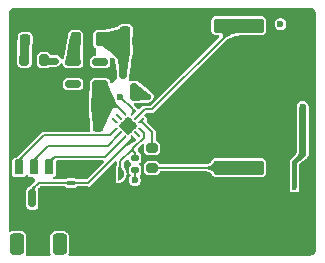
<source format=gbr>
%TF.GenerationSoftware,KiCad,Pcbnew,9.0.6*%
%TF.CreationDate,2025-12-27T16:00:58+00:00*%
%TF.ProjectId,AZUltra,415a556c-7472-4612-9e6b-696361645f70,rev?*%
%TF.SameCoordinates,Original*%
%TF.FileFunction,Copper,L1,Top*%
%TF.FilePolarity,Positive*%
%FSLAX46Y46*%
G04 Gerber Fmt 4.6, Leading zero omitted, Abs format (unit mm)*
G04 Created by KiCad (PCBNEW 9.0.6) date 2025-12-27 16:00:58*
%MOMM*%
%LPD*%
G01*
G04 APERTURE LIST*
G04 Aperture macros list*
%AMRoundRect*
0 Rectangle with rounded corners*
0 $1 Rounding radius*
0 $2 $3 $4 $5 $6 $7 $8 $9 X,Y pos of 4 corners*
0 Add a 4 corners polygon primitive as box body*
4,1,4,$2,$3,$4,$5,$6,$7,$8,$9,$2,$3,0*
0 Add four circle primitives for the rounded corners*
1,1,$1+$1,$2,$3*
1,1,$1+$1,$4,$5*
1,1,$1+$1,$6,$7*
1,1,$1+$1,$8,$9*
0 Add four rect primitives between the rounded corners*
20,1,$1+$1,$2,$3,$4,$5,0*
20,1,$1+$1,$4,$5,$6,$7,0*
20,1,$1+$1,$6,$7,$8,$9,0*
20,1,$1+$1,$8,$9,$2,$3,0*%
%AMRotRect*
0 Rectangle, with rotation*
0 The origin of the aperture is its center*
0 $1 length*
0 $2 width*
0 $3 Rotation angle, in degrees counterclockwise*
0 Add horizontal line*
21,1,$1,$2,0,0,$3*%
%AMFreePoly0*
4,1,14,0.168787,0.091213,0.291213,-0.031213,0.300000,-0.052426,0.300001,-0.070000,0.291213,-0.091213,0.270000,-0.100000,-0.270000,-0.100000,-0.291213,-0.091213,-0.300001,-0.070000,-0.300001,0.070000,-0.291213,0.091213,-0.270000,0.100000,0.147574,0.100000,0.168787,0.091213,0.168787,0.091213,$1*%
%AMFreePoly1*
4,1,14,0.291213,0.091213,0.300001,0.070000,0.300000,0.052426,0.291213,0.031213,0.168787,-0.091213,0.147574,-0.100000,-0.270000,-0.100000,-0.291213,-0.091213,-0.300001,-0.070000,-0.300001,0.070000,-0.291213,0.091213,-0.270000,0.100000,0.270000,0.100000,0.291213,0.091213,0.291213,0.091213,$1*%
%AMFreePoly2*
4,1,14,0.091213,0.291213,0.100000,0.270000,0.100000,-0.270000,0.091213,-0.291213,0.070000,-0.300001,-0.070000,-0.300001,-0.091213,-0.291213,-0.100000,-0.270000,-0.100000,0.147574,-0.091213,0.168787,0.031213,0.291213,0.052426,0.300000,0.070000,0.300001,0.091213,0.291213,0.091213,0.291213,$1*%
%AMFreePoly3*
4,1,14,-0.031213,0.291213,0.091213,0.168787,0.100000,0.147574,0.100000,-0.270000,0.091213,-0.291213,0.070000,-0.300001,-0.070000,-0.300001,-0.091213,-0.291213,-0.100000,-0.270000,-0.100000,0.270000,-0.091213,0.291213,-0.070000,0.300001,-0.052426,0.300000,-0.031213,0.291213,-0.031213,0.291213,$1*%
%AMFreePoly4*
4,1,14,0.291213,0.091213,0.300001,0.070000,0.300001,-0.070000,0.291213,-0.091213,0.270000,-0.100000,-0.147574,-0.100000,-0.168787,-0.091213,-0.291213,0.031213,-0.300000,0.052426,-0.300001,0.070000,-0.291213,0.091213,-0.270000,0.100000,0.270000,0.100000,0.291213,0.091213,0.291213,0.091213,$1*%
%AMFreePoly5*
4,1,14,0.291213,0.091213,0.300001,0.070000,0.300001,-0.070000,0.291213,-0.091213,0.270000,-0.100000,-0.270000,-0.100000,-0.291213,-0.091213,-0.300001,-0.070000,-0.300000,-0.052426,-0.291213,-0.031213,-0.168787,0.091213,-0.147574,0.100000,0.270000,0.100000,0.291213,0.091213,0.291213,0.091213,$1*%
%AMFreePoly6*
4,1,14,0.091213,0.291213,0.100000,0.270000,0.100000,-0.147574,0.091213,-0.168787,-0.031213,-0.291213,-0.052426,-0.300000,-0.070000,-0.300001,-0.091213,-0.291213,-0.100000,-0.270000,-0.100000,0.270000,-0.091213,0.291213,-0.070000,0.300001,0.070000,0.300001,0.091213,0.291213,0.091213,0.291213,$1*%
%AMFreePoly7*
4,1,14,0.091213,0.291213,0.100000,0.270000,0.100000,-0.270000,0.091213,-0.291213,0.070000,-0.300001,0.052426,-0.300000,0.031213,-0.291213,-0.091213,-0.168787,-0.100000,-0.147574,-0.100000,0.270000,-0.091213,0.291213,-0.070000,0.300001,0.070000,0.300001,0.091213,0.291213,0.091213,0.291213,$1*%
G04 Aperture macros list end*
%TA.AperFunction,Conductor*%
%ADD10C,0.000000*%
%TD*%
%TA.AperFunction,SMDPad,CuDef*%
%ADD11RoundRect,0.218750X0.218750X0.381250X-0.218750X0.381250X-0.218750X-0.381250X0.218750X-0.381250X0*%
%TD*%
%TA.AperFunction,SMDPad,CuDef*%
%ADD12RoundRect,0.135000X0.185000X-0.135000X0.185000X0.135000X-0.185000X0.135000X-0.185000X-0.135000X0*%
%TD*%
%TA.AperFunction,SMDPad,CuDef*%
%ADD13RoundRect,0.218750X0.218750X0.256250X-0.218750X0.256250X-0.218750X-0.256250X0.218750X-0.256250X0*%
%TD*%
%TA.AperFunction,SMDPad,CuDef*%
%ADD14RoundRect,0.150000X-0.150000X0.587500X-0.150000X-0.587500X0.150000X-0.587500X0.150000X0.587500X0*%
%TD*%
%TA.AperFunction,SMDPad,CuDef*%
%ADD15RoundRect,0.114000X0.266000X0.521000X-0.266000X0.521000X-0.266000X-0.521000X0.266000X-0.521000X0*%
%TD*%
%TA.AperFunction,SMDPad,CuDef*%
%ADD16RoundRect,0.180000X-1.920000X-0.420000X1.920000X-0.420000X1.920000X0.420000X-1.920000X0.420000X0*%
%TD*%
%TA.AperFunction,SMDPad,CuDef*%
%ADD17RoundRect,0.100000X-0.100000X-0.250000X0.100000X-0.250000X0.100000X0.250000X-0.100000X0.250000X0*%
%TD*%
%TA.AperFunction,SMDPad,CuDef*%
%ADD18RoundRect,0.150000X-0.512500X-0.150000X0.512500X-0.150000X0.512500X0.150000X-0.512500X0.150000X0*%
%TD*%
%TA.AperFunction,SMDPad,CuDef*%
%ADD19RoundRect,0.225000X0.225000X0.250000X-0.225000X0.250000X-0.225000X-0.250000X0.225000X-0.250000X0*%
%TD*%
%TA.AperFunction,SMDPad,CuDef*%
%ADD20RoundRect,0.250000X0.250000X0.475000X-0.250000X0.475000X-0.250000X-0.475000X0.250000X-0.475000X0*%
%TD*%
%TA.AperFunction,SMDPad,CuDef*%
%ADD21RoundRect,0.225000X-0.225000X-0.250000X0.225000X-0.250000X0.225000X0.250000X-0.225000X0.250000X0*%
%TD*%
%TA.AperFunction,SMDPad,CuDef*%
%ADD22FreePoly0,225.000000*%
%TD*%
%TA.AperFunction,SMDPad,CuDef*%
%ADD23RoundRect,0.050000X0.141421X0.212132X-0.212132X-0.141421X-0.141421X-0.212132X0.212132X0.141421X0*%
%TD*%
%TA.AperFunction,SMDPad,CuDef*%
%ADD24FreePoly1,225.000000*%
%TD*%
%TA.AperFunction,SMDPad,CuDef*%
%ADD25FreePoly2,225.000000*%
%TD*%
%TA.AperFunction,SMDPad,CuDef*%
%ADD26RoundRect,0.050000X-0.141421X0.212132X-0.212132X0.141421X0.141421X-0.212132X0.212132X-0.141421X0*%
%TD*%
%TA.AperFunction,SMDPad,CuDef*%
%ADD27FreePoly3,225.000000*%
%TD*%
%TA.AperFunction,SMDPad,CuDef*%
%ADD28FreePoly4,225.000000*%
%TD*%
%TA.AperFunction,SMDPad,CuDef*%
%ADD29FreePoly5,225.000000*%
%TD*%
%TA.AperFunction,SMDPad,CuDef*%
%ADD30FreePoly6,225.000000*%
%TD*%
%TA.AperFunction,SMDPad,CuDef*%
%ADD31FreePoly7,225.000000*%
%TD*%
%TA.AperFunction,HeatsinkPad*%
%ADD32RotRect,1.100000X1.100000X225.000000*%
%TD*%
%TA.AperFunction,SMDPad,CuDef*%
%ADD33RoundRect,0.150000X-0.150000X-0.625000X0.150000X-0.625000X0.150000X0.625000X-0.150000X0.625000X0*%
%TD*%
%TA.AperFunction,SMDPad,CuDef*%
%ADD34RoundRect,0.250000X-0.350000X-0.650000X0.350000X-0.650000X0.350000X0.650000X-0.350000X0.650000X0*%
%TD*%
%TA.AperFunction,SMDPad,CuDef*%
%ADD35RoundRect,0.200000X0.275000X-0.200000X0.275000X0.200000X-0.275000X0.200000X-0.275000X-0.200000X0*%
%TD*%
%TA.AperFunction,SMDPad,CuDef*%
%ADD36RoundRect,0.100000X-0.250000X0.100000X-0.250000X-0.100000X0.250000X-0.100000X0.250000X0.100000X0*%
%TD*%
%TA.AperFunction,SMDPad,CuDef*%
%ADD37RoundRect,0.200000X-0.200000X-0.275000X0.200000X-0.275000X0.200000X0.275000X-0.200000X0.275000X0*%
%TD*%
%TA.AperFunction,ViaPad*%
%ADD38C,0.600000*%
%TD*%
%TA.AperFunction,Conductor*%
%ADD39C,0.400000*%
%TD*%
%TA.AperFunction,Conductor*%
%ADD40C,0.200000*%
%TD*%
%TA.AperFunction,Conductor*%
%ADD41C,0.800000*%
%TD*%
%TA.AperFunction,Conductor*%
%ADD42C,0.600000*%
%TD*%
G04 APERTURE END LIST*
D10*
%TA.AperFunction,Conductor*%
%TO.N,Net-(JP1-B)*%
G36*
X152332389Y-86927221D02*
G01*
X152395743Y-86944978D01*
X152456810Y-86969468D01*
X152514878Y-87000406D01*
X152569268Y-87037429D01*
X152619345Y-87080106D01*
X152664524Y-87127937D01*
X152704277Y-87180365D01*
X152738140Y-87236777D01*
X152765718Y-87296513D01*
X152786689Y-87358877D01*
X152800806Y-87423140D01*
X152807907Y-87488550D01*
X152807907Y-87554346D01*
X152800806Y-87619756D01*
X152786689Y-87684019D01*
X152765718Y-87746383D01*
X152738140Y-87806119D01*
X152704277Y-87862531D01*
X152664524Y-87914959D01*
X152619345Y-87962790D01*
X152569268Y-88005467D01*
X152514878Y-88042490D01*
X152456810Y-88073428D01*
X152395743Y-88097918D01*
X152332389Y-88115675D01*
X152300000Y-88121448D01*
X152300000Y-88121447D01*
X152299998Y-86921448D01*
X152300000Y-86921448D01*
X152332389Y-86927221D01*
G37*
%TD.AperFunction*%
%TD*%
D11*
%TO.P,L1,1,1*%
%TO.N,Net-(Q1-S)*%
X150820000Y-76140000D03*
%TO.P,L1,2,2*%
%TO.N,Net-(U1-SW)*%
X148695000Y-76140000D03*
%TD*%
D12*
%TO.P,R3,1*%
%TO.N,+5V*%
X153740000Y-87230000D03*
%TO.P,R3,2*%
%TO.N,Net-(JP1-B)*%
X153740000Y-86210000D03*
%TD*%
D13*
%TO.P,D1,1,K*%
%TO.N,GND*%
X146000000Y-76200000D03*
%TO.P,D1,2,A*%
%TO.N,Net-(D1-A)*%
X144425000Y-76200000D03*
%TD*%
D14*
%TO.P,Q1,1,G*%
%TO.N,GND*%
X154625000Y-78750000D03*
%TO.P,Q1,2,S*%
%TO.N,Net-(Q1-S)*%
X152725000Y-78750000D03*
%TO.P,Q1,3,D*%
%TO.N,+BATT1*%
X153675000Y-80625000D03*
%TD*%
D15*
%TO.P,SW1,1*%
%TO.N,Net-(U2-PC7)*%
X146460000Y-86990000D03*
%TO.P,SW1,2*%
%TO.N,Net-(U2-PC6)*%
X145190000Y-86990000D03*
%TO.P,SW1,3*%
%TO.N,Net-(U2-PC4)*%
X143920000Y-86990000D03*
%TO.P,SW1,4*%
%TO.N,GND*%
X146500000Y-80000000D03*
%TO.P,SW1,5*%
X145230000Y-80000000D03*
%TO.P,SW1,6*%
X143960000Y-80000000D03*
%TD*%
D16*
%TO.P,BZ1,1,+*%
%TO.N,Net-(BZ1-+)*%
X162500000Y-87000000D03*
%TO.P,BZ1,2,-*%
%TO.N,Net-(BZ1--)*%
X162500000Y-75000000D03*
%TD*%
D17*
%TO.P,D2,1,A*%
%TO.N,GND*%
X166525000Y-88550000D03*
%TO.P,D2,2,K*%
%TO.N,+BATT1*%
X167225000Y-88550000D03*
%TD*%
D18*
%TO.P,U1,1,SW*%
%TO.N,Net-(U1-SW)*%
X148500000Y-78050000D03*
%TO.P,U1,2,GND*%
%TO.N,GND*%
X148500000Y-79000000D03*
%TO.P,U1,3,NC*%
%TO.N,unconnected-(U1-NC-Pad3)*%
X148500000Y-79950000D03*
%TO.P,U1,4,VOUT*%
%TO.N,+5V*%
X150775000Y-79950000D03*
%TO.P,U1,5,NC*%
%TO.N,unconnected-(U1-NC-Pad5)*%
X150775000Y-78050000D03*
%TD*%
D19*
%TO.P,C5,1*%
%TO.N,+5V*%
X150600000Y-83500000D03*
%TO.P,C5,2*%
%TO.N,GND*%
X149050000Y-83500000D03*
%TD*%
D20*
%TO.P,C4,1*%
%TO.N,+5V*%
X150550000Y-81700000D03*
%TO.P,C4,2*%
%TO.N,GND*%
X148650000Y-81700000D03*
%TD*%
D21*
%TO.P,C3,1*%
%TO.N,Net-(Q1-S)*%
X152900000Y-75500000D03*
%TO.P,C3,2*%
%TO.N,GND*%
X154450000Y-75500000D03*
%TD*%
D22*
%TO.P,U2,1,TIM1_CH2*%
%TO.N,Net-(U2-PA1)*%
X154253554Y-83053553D03*
D23*
%TO.P,U2,2,TIM1_CH2N*%
%TO.N,Net-(BZ1--)*%
X153900000Y-82700000D03*
D24*
%TO.P,U2,3,PD0*%
%TO.N,Net-(U2-PD0)*%
X153546447Y-82346446D03*
D25*
%TO.P,U2,4,VDD*%
%TO.N,+5V*%
X152768629Y-82346446D03*
D26*
%TO.P,U2,5,PC0*%
%TO.N,unconnected-(U2-PC0-Pad5)*%
X152415076Y-82700000D03*
D27*
%TO.P,U2,6,PC3*%
%TO.N,unconnected-(U2-PC3-Pad6)*%
X152061522Y-83053553D03*
D28*
%TO.P,U2,7,PC4*%
%TO.N,Net-(U2-PC4)*%
X152061522Y-83831371D03*
D23*
%TO.P,U2,8,PC6*%
%TO.N,Net-(U2-PC6)*%
X152415076Y-84184924D03*
D29*
%TO.P,U2,9,PC7*%
%TO.N,Net-(U2-PC7)*%
X152768629Y-84538478D03*
D30*
%TO.P,U2,10,SWIO*%
%TO.N,/SWIO*%
X153546447Y-84538478D03*
D26*
%TO.P,U2,11,PD4*%
%TO.N,unconnected-(U2-PD4-Pad11)*%
X153900000Y-84184924D03*
D31*
%TO.P,U2,12,RST*%
%TO.N,Net-(JP1-B)*%
X154253554Y-83831371D03*
D32*
%TO.P,U2,13,VSS*%
%TO.N,GND*%
X153157538Y-83442462D03*
%TD*%
D33*
%TO.P,J1,1,Pin_1*%
%TO.N,/SWIO*%
X145040000Y-89600000D03*
%TO.P,J1,2,Pin_2*%
%TO.N,GND*%
X146040000Y-89600000D03*
D34*
%TO.P,J1,MP*%
%TO.N,N/C*%
X143740000Y-93475000D03*
X147340000Y-93475000D03*
%TD*%
D21*
%TO.P,C2,1*%
%TO.N,Net-(Q1-S)*%
X152900000Y-77000000D03*
%TO.P,C2,2*%
%TO.N,GND*%
X154450000Y-77000000D03*
%TD*%
D35*
%TO.P,R2,1*%
%TO.N,Net-(BZ1-+)*%
X155190000Y-87020000D03*
%TO.P,R2,2*%
%TO.N,Net-(U2-PA1)*%
X155190000Y-85370000D03*
%TD*%
D36*
%TO.P,D3,1,A*%
%TO.N,GND*%
X148300000Y-87600000D03*
%TO.P,D3,2,K*%
%TO.N,/SWIO*%
X148300000Y-88300000D03*
%TD*%
D37*
%TO.P,R1,1*%
%TO.N,Net-(D1-A)*%
X144375000Y-77900000D03*
%TO.P,R1,2*%
%TO.N,Net-(U2-PD0)*%
X146025000Y-77900000D03*
%TD*%
D38*
%TO.N,+BATT1*%
X167925000Y-84850000D03*
X167925000Y-83850000D03*
X167925000Y-82850000D03*
X154800000Y-81000000D03*
X167925000Y-85850000D03*
X167925000Y-81850000D03*
%TO.N,GND*%
X160500000Y-77950000D03*
X155525000Y-76950000D03*
X146500000Y-78975000D03*
X158500000Y-80000000D03*
X146790000Y-89320000D03*
X149630000Y-79360000D03*
X149575000Y-87400000D03*
X144470000Y-88220000D03*
X156800000Y-88150000D03*
X155400000Y-78450000D03*
X156800000Y-86050000D03*
X151150000Y-88075000D03*
X149700000Y-89050000D03*
X158850000Y-86100000D03*
X145225000Y-78975000D03*
X159200000Y-76900000D03*
X157200000Y-78750000D03*
X147700000Y-81750000D03*
X153700000Y-79350000D03*
X158850000Y-88150000D03*
X143925000Y-78975000D03*
X147000000Y-76000000D03*
X155575000Y-83025000D03*
X147950000Y-83400000D03*
X151650000Y-79000000D03*
X155517203Y-75474635D03*
X149740000Y-77140000D03*
X153157538Y-83442462D03*
%TO.N,+5V*%
X166050000Y-74850000D03*
X153730000Y-88060000D03*
X151450000Y-81850000D03*
%TO.N,Net-(U2-PD0)*%
X152500000Y-81000000D03*
X147000000Y-77960000D03*
%TD*%
D39*
%TO.N,+BATT1*%
X167225000Y-88550000D02*
X167225000Y-86550000D01*
X167225000Y-86550000D02*
X167925000Y-85850000D01*
D40*
%TO.N,Net-(BZ1--)*%
X161750000Y-75500000D02*
X162500000Y-75500000D01*
X154550000Y-82050000D02*
X155200000Y-82050000D01*
X155200000Y-82050000D02*
X161750000Y-75500000D01*
X153900000Y-82700000D02*
X154550000Y-82050000D01*
%TO.N,Net-(BZ1-+)*%
X155005000Y-87020000D02*
X155000000Y-87025000D01*
X162450000Y-87050000D02*
X162500000Y-87000000D01*
X162480000Y-87020000D02*
X162500000Y-87000000D01*
X155190000Y-87020000D02*
X162480000Y-87020000D01*
%TO.N,+5V*%
X152768629Y-82346446D02*
X151622183Y-81200000D01*
X153730000Y-88060000D02*
X153730000Y-87240000D01*
X153730000Y-87240000D02*
X153740000Y-87230000D01*
D41*
%TO.N,Net-(D1-A)*%
X144375000Y-77900000D02*
X144375000Y-76250000D01*
D40*
X144375000Y-76250000D02*
X144425000Y-76200000D01*
%TO.N,Net-(JP1-B)*%
X152560000Y-87527496D02*
X152500000Y-87467496D01*
X153740000Y-86210000D02*
X153740000Y-85750000D01*
X153669505Y-85279505D02*
X154464112Y-84484899D01*
X154464112Y-84041929D02*
X154253554Y-83831371D01*
X152500000Y-87467496D02*
X152500000Y-86449011D01*
X153740000Y-85750000D02*
X153469505Y-85479505D01*
X154464112Y-84484899D02*
X154464112Y-84041929D01*
X153469505Y-85479505D02*
X153669505Y-85279505D01*
X152500000Y-86449011D02*
X153469505Y-85479505D01*
D42*
%TO.N,Net-(U2-PD0)*%
X147000000Y-77960000D02*
X146085000Y-77960000D01*
D40*
X153546447Y-82346446D02*
X153546447Y-82046447D01*
X153546447Y-82046447D02*
X152500000Y-81000000D01*
X146085000Y-77960000D02*
X146025000Y-77900000D01*
%TO.N,Net-(U2-PA1)*%
X154253554Y-83053553D02*
X155190000Y-83989999D01*
X155190000Y-83989999D02*
X155190000Y-85370000D01*
%TO.N,Net-(U2-PC6)*%
X151450000Y-85150000D02*
X146395000Y-85150000D01*
X152415076Y-84184924D02*
X151450000Y-85150000D01*
X145190000Y-86355000D02*
X145190000Y-86990000D01*
X146395000Y-85150000D02*
X145190000Y-86355000D01*
%TO.N,Net-(U2-PC7)*%
X146460000Y-86540000D02*
X146460000Y-86990000D01*
X152768629Y-84538478D02*
X151207107Y-86100000D01*
X146900000Y-86100000D02*
X146460000Y-86540000D01*
X151207107Y-86100000D02*
X146900000Y-86100000D01*
%TO.N,Net-(U2-PC4)*%
X152061522Y-83831371D02*
X151616893Y-84276000D01*
X151616893Y-84276000D02*
X145999000Y-84276000D01*
X143920000Y-86355000D02*
X143920000Y-86990000D01*
X145999000Y-84276000D02*
X143920000Y-86355000D01*
%TO.N,/SWIO*%
X153546447Y-84538478D02*
X149774925Y-88310000D01*
X149774925Y-88310000D02*
X149764925Y-88300000D01*
X148300000Y-88300000D02*
X145565001Y-88300000D01*
X145565001Y-88300000D02*
X145040000Y-88825001D01*
X149764925Y-88300000D02*
X148300000Y-88300000D01*
X145040000Y-88825001D02*
X145040000Y-89600000D01*
%TD*%
%TA.AperFunction,Conductor*%
%TO.N,GND*%
G36*
X151078636Y-86419407D02*
G01*
X151114600Y-86468907D01*
X151114600Y-86530093D01*
X151090449Y-86569504D01*
X149689450Y-87970504D01*
X149634933Y-87998281D01*
X149619446Y-87999500D01*
X148815479Y-87999500D01*
X148757288Y-87980593D01*
X148745477Y-87970505D01*
X148722766Y-87947795D01*
X148722765Y-87947794D01*
X148619991Y-87902415D01*
X148619990Y-87902414D01*
X148619988Y-87902414D01*
X148594868Y-87899500D01*
X148005139Y-87899500D01*
X148005136Y-87899501D01*
X147980009Y-87902414D01*
X147877233Y-87947795D01*
X147854523Y-87970505D01*
X147800006Y-87998281D01*
X147784521Y-87999500D01*
X146869139Y-87999500D01*
X146810948Y-87980593D01*
X146774984Y-87931093D01*
X146774984Y-87869907D01*
X146810948Y-87820407D01*
X146827296Y-87810776D01*
X146909173Y-87772598D01*
X146987598Y-87694173D01*
X147034470Y-87593654D01*
X147040500Y-87547853D01*
X147040499Y-86499499D01*
X147059406Y-86441309D01*
X147108906Y-86405345D01*
X147139499Y-86400500D01*
X151020445Y-86400500D01*
X151078636Y-86419407D01*
G37*
%TD.AperFunction*%
%TA.AperFunction,Conductor*%
G36*
X153202483Y-82731289D02*
G01*
X153227538Y-82749492D01*
X153234967Y-82756921D01*
X153301631Y-82801467D01*
X153326380Y-82811719D01*
X153326384Y-82811719D01*
X153326387Y-82811721D01*
X153368762Y-82821392D01*
X153421287Y-82852772D01*
X153443832Y-82898595D01*
X153451901Y-82939158D01*
X153451903Y-82939164D01*
X153486841Y-82991451D01*
X153493291Y-83001104D01*
X153598896Y-83106709D01*
X153660838Y-83148098D01*
X153703798Y-83156643D01*
X153757181Y-83186538D01*
X153782084Y-83237154D01*
X153788280Y-83273619D01*
X153788281Y-83273622D01*
X153798531Y-83298365D01*
X153798530Y-83298365D01*
X153798533Y-83298369D01*
X153843079Y-83365033D01*
X153850506Y-83372460D01*
X153878282Y-83426975D01*
X153868711Y-83487407D01*
X153850507Y-83512462D01*
X153843079Y-83519891D01*
X153843078Y-83519892D01*
X153798532Y-83586556D01*
X153788282Y-83611300D01*
X153788279Y-83611307D01*
X153778607Y-83653688D01*
X153747225Y-83706213D01*
X153701405Y-83728756D01*
X153660841Y-83736825D01*
X153660835Y-83736827D01*
X153598899Y-83778212D01*
X153493288Y-83883823D01*
X153451903Y-83945759D01*
X153451901Y-83945765D01*
X153443356Y-83988722D01*
X153413459Y-84042106D01*
X153362845Y-84067008D01*
X153326380Y-84073204D01*
X153326377Y-84073205D01*
X153301634Y-84083455D01*
X153301631Y-84083456D01*
X153301631Y-84083457D01*
X153234967Y-84128003D01*
X153227539Y-84135430D01*
X153173025Y-84163206D01*
X153112593Y-84153635D01*
X153087537Y-84135431D01*
X153080109Y-84128003D01*
X153013445Y-84083457D01*
X153013443Y-84083456D01*
X152988699Y-84073206D01*
X152988692Y-84073203D01*
X152946311Y-84063531D01*
X152893787Y-84032150D01*
X152871243Y-83986330D01*
X152863174Y-83945762D01*
X152821785Y-83883820D01*
X152716180Y-83778215D01*
X152654238Y-83736826D01*
X152611275Y-83728280D01*
X152557893Y-83698384D01*
X152532991Y-83647767D01*
X152531903Y-83641369D01*
X152526795Y-83611304D01*
X152526793Y-83611300D01*
X152516544Y-83586558D01*
X152516545Y-83586558D01*
X152516543Y-83586555D01*
X152471997Y-83519891D01*
X152464569Y-83512463D01*
X152436794Y-83457949D01*
X152446365Y-83397517D01*
X152464568Y-83372461D01*
X152471997Y-83365033D01*
X152516543Y-83298369D01*
X152526795Y-83273620D01*
X152536468Y-83231234D01*
X152567848Y-83178712D01*
X152613669Y-83156167D01*
X152654238Y-83148098D01*
X152716180Y-83106709D01*
X152821785Y-83001104D01*
X152863174Y-82939162D01*
X152871719Y-82896199D01*
X152901614Y-82842819D01*
X152952233Y-82817915D01*
X152988692Y-82811720D01*
X152988693Y-82811719D01*
X152988696Y-82811719D01*
X153013445Y-82801467D01*
X153080109Y-82756921D01*
X153087536Y-82749493D01*
X153142051Y-82721718D01*
X153202483Y-82731289D01*
G37*
%TD.AperFunction*%
%TA.AperFunction,Conductor*%
G36*
X168490898Y-73454111D02*
G01*
X168551232Y-73454109D01*
X168562310Y-73454730D01*
X168656857Y-73465382D01*
X168678467Y-73470314D01*
X168762990Y-73499889D01*
X168782962Y-73509507D01*
X168858778Y-73557144D01*
X168876111Y-73570966D01*
X168939428Y-73634282D01*
X168953250Y-73651615D01*
X169000890Y-73727433D01*
X169010510Y-73747408D01*
X169040083Y-73831927D01*
X169045016Y-73853539D01*
X169055657Y-73947984D01*
X169056279Y-73959068D01*
X169056279Y-74027469D01*
X169056280Y-74027482D01*
X169056280Y-93948047D01*
X169055657Y-93959133D01*
X169045005Y-94053663D01*
X169040072Y-94075276D01*
X169010496Y-94159794D01*
X169000877Y-94179767D01*
X168953239Y-94255580D01*
X168939418Y-94272912D01*
X168907760Y-94304570D01*
X168876099Y-94336230D01*
X168858774Y-94350045D01*
X168806992Y-94382582D01*
X168782955Y-94397685D01*
X168762981Y-94407303D01*
X168678466Y-94436874D01*
X168656853Y-94441807D01*
X168562058Y-94452486D01*
X168550974Y-94453108D01*
X168497565Y-94453107D01*
X168490898Y-94453107D01*
X168490897Y-94453107D01*
X168484015Y-94453107D01*
X168483987Y-94453109D01*
X148192001Y-94453109D01*
X148133810Y-94434202D01*
X148097846Y-94384702D01*
X148097846Y-94323516D01*
X148098556Y-94321412D01*
X148115363Y-94273380D01*
X148137646Y-94209699D01*
X148140499Y-94179273D01*
X148140500Y-94179273D01*
X148140500Y-92770727D01*
X148140499Y-92770725D01*
X148137646Y-92740305D01*
X148137646Y-92740301D01*
X148092793Y-92612118D01*
X148022719Y-92517171D01*
X148012154Y-92502855D01*
X148012152Y-92502853D01*
X148012150Y-92502850D01*
X148012146Y-92502847D01*
X148012144Y-92502845D01*
X147902883Y-92422207D01*
X147774703Y-92377355D01*
X147774694Y-92377353D01*
X147744274Y-92374500D01*
X147744266Y-92374500D01*
X146935734Y-92374500D01*
X146935725Y-92374500D01*
X146905305Y-92377353D01*
X146905296Y-92377355D01*
X146777116Y-92422207D01*
X146667855Y-92502845D01*
X146667845Y-92502855D01*
X146587207Y-92612116D01*
X146542355Y-92740296D01*
X146542353Y-92740305D01*
X146539500Y-92770725D01*
X146539500Y-94179274D01*
X146542353Y-94209694D01*
X146542353Y-94209697D01*
X146542354Y-94209699D01*
X146561714Y-94265026D01*
X146581444Y-94321412D01*
X146582816Y-94382582D01*
X146547972Y-94432876D01*
X146490220Y-94453084D01*
X146487999Y-94453109D01*
X144592001Y-94453109D01*
X144533810Y-94434202D01*
X144497846Y-94384702D01*
X144497846Y-94323516D01*
X144498556Y-94321412D01*
X144515363Y-94273380D01*
X144537646Y-94209699D01*
X144540499Y-94179273D01*
X144540500Y-94179273D01*
X144540500Y-92770727D01*
X144540499Y-92770725D01*
X144537646Y-92740305D01*
X144537646Y-92740301D01*
X144492793Y-92612118D01*
X144422719Y-92517171D01*
X144412154Y-92502855D01*
X144412152Y-92502853D01*
X144412150Y-92502850D01*
X144412146Y-92502847D01*
X144412144Y-92502845D01*
X144302883Y-92422207D01*
X144174703Y-92377355D01*
X144174694Y-92377353D01*
X144144274Y-92374500D01*
X144144266Y-92374500D01*
X143335734Y-92374500D01*
X143335725Y-92374500D01*
X143305305Y-92377353D01*
X143305301Y-92377354D01*
X143188977Y-92418057D01*
X143127807Y-92419429D01*
X143077513Y-92384585D01*
X143057305Y-92326833D01*
X143057280Y-92324612D01*
X143057280Y-86432148D01*
X143339500Y-86432148D01*
X143339500Y-87547848D01*
X143339501Y-87547858D01*
X143345529Y-87593651D01*
X143345529Y-87593652D01*
X143345530Y-87593654D01*
X143392402Y-87694173D01*
X143470827Y-87772598D01*
X143571346Y-87819470D01*
X143617147Y-87825500D01*
X144222852Y-87825499D01*
X144268654Y-87819470D01*
X144369173Y-87772598D01*
X144447598Y-87694173D01*
X144465275Y-87656262D01*
X144507003Y-87611515D01*
X144567065Y-87599840D01*
X144622518Y-87625698D01*
X144644723Y-87656261D01*
X144662402Y-87694173D01*
X144740827Y-87772598D01*
X144841346Y-87819470D01*
X144887147Y-87825500D01*
X144949262Y-87825499D01*
X145003043Y-87841380D01*
X145261846Y-88008841D01*
X145300429Y-88056326D01*
X145303732Y-88117422D01*
X145278067Y-88161961D01*
X145043483Y-88396545D01*
X145043482Y-88396544D01*
X145039367Y-88400658D01*
X145016859Y-88418426D01*
X144989321Y-88450706D01*
X144986543Y-88453485D01*
X144855490Y-88584540D01*
X144855488Y-88584542D01*
X144830544Y-88609485D01*
X144795345Y-88630707D01*
X144795513Y-88631051D01*
X144791616Y-88632955D01*
X144789777Y-88634065D01*
X144788609Y-88634425D01*
X144683518Y-88685801D01*
X144600801Y-88768518D01*
X144549427Y-88873604D01*
X144549427Y-88873607D01*
X144539500Y-88941740D01*
X144539500Y-90258260D01*
X144546118Y-90303682D01*
X144549427Y-90326395D01*
X144600801Y-90431481D01*
X144600802Y-90431483D01*
X144683517Y-90514198D01*
X144737285Y-90540483D01*
X144788604Y-90565572D01*
X144788605Y-90565572D01*
X144788607Y-90565573D01*
X144856740Y-90575500D01*
X144856743Y-90575500D01*
X145223257Y-90575500D01*
X145223260Y-90575500D01*
X145291393Y-90565573D01*
X145396483Y-90514198D01*
X145479198Y-90431483D01*
X145530573Y-90326393D01*
X145540500Y-90258260D01*
X145540500Y-88941740D01*
X145530573Y-88873607D01*
X145528805Y-88869991D01*
X145524117Y-88860400D01*
X145519939Y-88830872D01*
X145515277Y-88801433D01*
X145515666Y-88800668D01*
X145515546Y-88799818D01*
X145543055Y-88746916D01*
X145592387Y-88697585D01*
X145660476Y-88629496D01*
X145714992Y-88601719D01*
X145730479Y-88600500D01*
X147784521Y-88600500D01*
X147842712Y-88619407D01*
X147854523Y-88629495D01*
X147877233Y-88652204D01*
X147877235Y-88652206D01*
X147980009Y-88697585D01*
X148005135Y-88700500D01*
X148594864Y-88700499D01*
X148619991Y-88697585D01*
X148722765Y-88652206D01*
X148734121Y-88640849D01*
X148745477Y-88629495D01*
X148799994Y-88601719D01*
X148815479Y-88600500D01*
X149685011Y-88600500D01*
X149710634Y-88603873D01*
X149735363Y-88610500D01*
X149814488Y-88610500D01*
X149814488Y-88610499D01*
X149890913Y-88590021D01*
X149959436Y-88550460D01*
X150015385Y-88494511D01*
X152030496Y-86479398D01*
X152051151Y-86468874D01*
X152069907Y-86455248D01*
X152077896Y-86455248D01*
X152085013Y-86451622D01*
X152107908Y-86455248D01*
X152131093Y-86455248D01*
X152137555Y-86459943D01*
X152145445Y-86461193D01*
X152161836Y-86477584D01*
X152180593Y-86491212D01*
X152183061Y-86498809D01*
X152188710Y-86504458D01*
X152199500Y-86549403D01*
X152199500Y-86691494D01*
X152180593Y-86749685D01*
X152177901Y-86753219D01*
X152114849Y-86832283D01*
X152114848Y-86832284D01*
X152094498Y-86921448D01*
X152094499Y-88121444D01*
X152094500Y-88121447D01*
X152110785Y-88201622D01*
X152155926Y-88264166D01*
X152164309Y-88275780D01*
X152244709Y-88319370D01*
X152336060Y-88323759D01*
X152368449Y-88317986D01*
X152387850Y-88313550D01*
X152451204Y-88295793D01*
X152472234Y-88288652D01*
X152533301Y-88264162D01*
X152553439Y-88254792D01*
X152611507Y-88223854D01*
X152630513Y-88212368D01*
X152684903Y-88175345D01*
X152702562Y-88161873D01*
X152752639Y-88119196D01*
X152768738Y-88103900D01*
X152813917Y-88056069D01*
X152828274Y-88039121D01*
X152851235Y-88008839D01*
X152867999Y-87986731D01*
X152868012Y-87986712D01*
X152868027Y-87986693D01*
X152880470Y-87968296D01*
X152914333Y-87911884D01*
X152924717Y-87892255D01*
X152952295Y-87832519D01*
X152960500Y-87811882D01*
X152981471Y-87749518D01*
X152987403Y-87728111D01*
X153001520Y-87663848D01*
X153005106Y-87641935D01*
X153012207Y-87576525D01*
X153013406Y-87554357D01*
X153013407Y-87554357D01*
X153013407Y-87488538D01*
X153013406Y-87488537D01*
X153013349Y-87487488D01*
X153012207Y-87466371D01*
X153005106Y-87400961D01*
X153001520Y-87379048D01*
X152988890Y-87321555D01*
X152987406Y-87314798D01*
X152987405Y-87314795D01*
X152987403Y-87314785D01*
X152981471Y-87293378D01*
X152960500Y-87231014D01*
X152952295Y-87210377D01*
X152924717Y-87150641D01*
X152914333Y-87131012D01*
X152880470Y-87074600D01*
X152868027Y-87056203D01*
X152868024Y-87056199D01*
X152867999Y-87056164D01*
X152828279Y-87003781D01*
X152823958Y-86998680D01*
X152800774Y-86942057D01*
X152800500Y-86934692D01*
X152800500Y-86614489D01*
X152819407Y-86556298D01*
X152829496Y-86544486D01*
X153050860Y-86323121D01*
X153105377Y-86295343D01*
X153165809Y-86304914D01*
X153209074Y-86348179D01*
X153218177Y-86381220D01*
X153219077Y-86381102D01*
X153219500Y-86384314D01*
X153219500Y-86384316D01*
X153221631Y-86400500D01*
X153225932Y-86433174D01*
X153225932Y-86433175D01*
X153275933Y-86540401D01*
X153275934Y-86540402D01*
X153275935Y-86540404D01*
X153359596Y-86624065D01*
X153359597Y-86624065D01*
X153359598Y-86624066D01*
X153372915Y-86630276D01*
X153417663Y-86672005D01*
X153429337Y-86732066D01*
X153403478Y-86787518D01*
X153372915Y-86809724D01*
X153359598Y-86815933D01*
X153275933Y-86899598D01*
X153225932Y-87006824D01*
X153225932Y-87006825D01*
X153219500Y-87055685D01*
X153219500Y-87404314D01*
X153225932Y-87453174D01*
X153225932Y-87453175D01*
X153275933Y-87560401D01*
X153275934Y-87560402D01*
X153275935Y-87560404D01*
X153328856Y-87613325D01*
X153356632Y-87667840D01*
X153347061Y-87728272D01*
X153333204Y-87747346D01*
X153333451Y-87747536D01*
X153329500Y-87752684D01*
X153263609Y-87866809D01*
X153254069Y-87902414D01*
X153229500Y-87994108D01*
X153229500Y-88125892D01*
X153252671Y-88212368D01*
X153263609Y-88253190D01*
X153329496Y-88367309D01*
X153329498Y-88367311D01*
X153329500Y-88367314D01*
X153422686Y-88460500D01*
X153422688Y-88460501D01*
X153422690Y-88460503D01*
X153536810Y-88526390D01*
X153536808Y-88526390D01*
X153536812Y-88526391D01*
X153536814Y-88526392D01*
X153664108Y-88560500D01*
X153664110Y-88560500D01*
X153795890Y-88560500D01*
X153795892Y-88560500D01*
X153923186Y-88526392D01*
X153923188Y-88526390D01*
X153923190Y-88526390D01*
X154037309Y-88460503D01*
X154037309Y-88460502D01*
X154037314Y-88460500D01*
X154130500Y-88367314D01*
X154161541Y-88313550D01*
X154196390Y-88253190D01*
X154196390Y-88253188D01*
X154196392Y-88253186D01*
X154230500Y-88125892D01*
X154230500Y-87994108D01*
X154196392Y-87866814D01*
X154196390Y-87866811D01*
X154196390Y-87866809D01*
X154127256Y-87747066D01*
X154128881Y-87746127D01*
X154111385Y-87696713D01*
X154128764Y-87638048D01*
X154140343Y-87624125D01*
X154204065Y-87560404D01*
X154254068Y-87453173D01*
X154260500Y-87404316D01*
X154260500Y-87055684D01*
X154254068Y-87006827D01*
X154204065Y-86899596D01*
X154120404Y-86815935D01*
X154096172Y-86804635D01*
X154086800Y-86797082D01*
X154081183Y-86788477D01*
X154514500Y-86788477D01*
X154514500Y-87251520D01*
X154514501Y-87251523D01*
X154529352Y-87345299D01*
X154529354Y-87345304D01*
X154586950Y-87458342D01*
X154676658Y-87548050D01*
X154789696Y-87605646D01*
X154883481Y-87620500D01*
X155496518Y-87620499D01*
X155496520Y-87620499D01*
X155496521Y-87620498D01*
X155543411Y-87613072D01*
X155590299Y-87605647D01*
X155590299Y-87605646D01*
X155590304Y-87605646D01*
X155703342Y-87548050D01*
X155793050Y-87458342D01*
X155835742Y-87374553D01*
X155879006Y-87331290D01*
X155923951Y-87320500D01*
X159752748Y-87320500D01*
X159767164Y-87321555D01*
X159776283Y-87322897D01*
X159782375Y-87324996D01*
X159892435Y-87339993D01*
X159892925Y-87340065D01*
X159893195Y-87340199D01*
X159906539Y-87343061D01*
X159965847Y-87360572D01*
X159974801Y-87363690D01*
X160046272Y-87392492D01*
X160054980Y-87396503D01*
X160069976Y-87404314D01*
X160121225Y-87431006D01*
X160130446Y-87436462D01*
X160153609Y-87451919D01*
X160167107Y-87460927D01*
X160205015Y-87508955D01*
X160210119Y-87528998D01*
X160210275Y-87530068D01*
X160210276Y-87530072D01*
X160266049Y-87644157D01*
X160355843Y-87733951D01*
X160469928Y-87789724D01*
X160543890Y-87800500D01*
X160543893Y-87800500D01*
X164456106Y-87800500D01*
X164456110Y-87800500D01*
X164530072Y-87789724D01*
X164644157Y-87733951D01*
X164733951Y-87644157D01*
X164789724Y-87530072D01*
X164800500Y-87456110D01*
X164800500Y-86543890D01*
X164793708Y-86497270D01*
X166824500Y-86497270D01*
X166824500Y-88844861D01*
X166824501Y-88844864D01*
X166827414Y-88869990D01*
X166852756Y-88927385D01*
X166872794Y-88972765D01*
X166952235Y-89052206D01*
X167055009Y-89097585D01*
X167080135Y-89100500D01*
X167369864Y-89100499D01*
X167394991Y-89097585D01*
X167497765Y-89052206D01*
X167577206Y-88972765D01*
X167622585Y-88869991D01*
X167625500Y-88844865D01*
X167625500Y-88550460D01*
X167625500Y-86756899D01*
X167627968Y-86749301D01*
X167626719Y-86741412D01*
X167637242Y-86720757D01*
X167644407Y-86698708D01*
X167654491Y-86686901D01*
X167766933Y-86574458D01*
X167784859Y-86560267D01*
X167794604Y-86554242D01*
X167873694Y-86480531D01*
X167881575Y-86473917D01*
X167931849Y-86436012D01*
X167941093Y-86429827D01*
X167958573Y-86419501D01*
X168015494Y-86385876D01*
X168017474Y-86384691D01*
X168187749Y-86281506D01*
X168191547Y-86279147D01*
X168191951Y-86278890D01*
X168195886Y-86275054D01*
X168215482Y-86260217D01*
X168232314Y-86250500D01*
X168325500Y-86157314D01*
X168329316Y-86150705D01*
X168391390Y-86043190D01*
X168391390Y-86043188D01*
X168391392Y-86043186D01*
X168425500Y-85915892D01*
X168425500Y-85784108D01*
X168425500Y-85777618D01*
X168425723Y-85777618D01*
X168425835Y-85758434D01*
X168430500Y-85726000D01*
X168430500Y-81974000D01*
X168426066Y-81932768D01*
X168425500Y-81922191D01*
X168425500Y-81784108D01*
X168411539Y-81732004D01*
X168391392Y-81656814D01*
X168391390Y-81656811D01*
X168391390Y-81656809D01*
X168325503Y-81542690D01*
X168325501Y-81542688D01*
X168325500Y-81542686D01*
X168232314Y-81449500D01*
X168232311Y-81449498D01*
X168232309Y-81449496D01*
X168118189Y-81383609D01*
X168118191Y-81383609D01*
X168068799Y-81370375D01*
X167990892Y-81349500D01*
X167859108Y-81349500D01*
X167781200Y-81370375D01*
X167731809Y-81383609D01*
X167617690Y-81449496D01*
X167524496Y-81542690D01*
X167458609Y-81656809D01*
X167424500Y-81784108D01*
X167424500Y-81922380D01*
X167424277Y-81922380D01*
X167424163Y-81941566D01*
X167419500Y-81973995D01*
X167419500Y-85681697D01*
X167405166Y-85733006D01*
X167390887Y-85756568D01*
X167390521Y-85757167D01*
X167332542Y-85851327D01*
X167322378Y-85865030D01*
X167216801Y-85984324D01*
X167216797Y-85984330D01*
X167211608Y-85992920D01*
X167196876Y-86011729D01*
X166904520Y-86304086D01*
X166904516Y-86304091D01*
X166851794Y-86395408D01*
X166851792Y-86395412D01*
X166837042Y-86450457D01*
X166837043Y-86450458D01*
X166824500Y-86497270D01*
X164793708Y-86497270D01*
X164789724Y-86469928D01*
X164733951Y-86355843D01*
X164644157Y-86266049D01*
X164640988Y-86264500D01*
X164612351Y-86250500D01*
X164530072Y-86210276D01*
X164456110Y-86199500D01*
X160543890Y-86199500D01*
X160481768Y-86208551D01*
X160469928Y-86210276D01*
X160355844Y-86266048D01*
X160266048Y-86355844D01*
X160210275Y-86469930D01*
X160208140Y-86484583D01*
X160206558Y-86487784D01*
X160206915Y-86491339D01*
X160193143Y-86514938D01*
X160181039Y-86539439D01*
X160176076Y-86544185D01*
X160133513Y-86582152D01*
X160116745Y-86594221D01*
X160015676Y-86651998D01*
X159998491Y-86659754D01*
X159877723Y-86700929D01*
X159858266Y-86705434D01*
X159784294Y-86714842D01*
X159784291Y-86714842D01*
X159782667Y-86715330D01*
X159780484Y-86715650D01*
X159780306Y-86715688D01*
X159780303Y-86715676D01*
X159754238Y-86719500D01*
X155923951Y-86719500D01*
X155865760Y-86700593D01*
X155835742Y-86665447D01*
X155793050Y-86581658D01*
X155703342Y-86491950D01*
X155590304Y-86434354D01*
X155590305Y-86434354D01*
X155496522Y-86419500D01*
X154883479Y-86419500D01*
X154883476Y-86419501D01*
X154789700Y-86434352D01*
X154789695Y-86434354D01*
X154676659Y-86491949D01*
X154586949Y-86581659D01*
X154529354Y-86694695D01*
X154514500Y-86788477D01*
X154081183Y-86788477D01*
X154076336Y-86781051D01*
X154062337Y-86767997D01*
X154060013Y-86756042D01*
X154053357Y-86745845D01*
X154054314Y-86726725D01*
X154050662Y-86707936D01*
X154055807Y-86696900D01*
X154056417Y-86684736D01*
X154068429Y-86669830D01*
X154076519Y-86652483D01*
X154090736Y-86642153D01*
X154094812Y-86637097D01*
X154099406Y-86635854D01*
X154107084Y-86630275D01*
X154120404Y-86624065D01*
X154204065Y-86540404D01*
X154254068Y-86433173D01*
X154260500Y-86384316D01*
X154260500Y-86035684D01*
X154254068Y-85986827D01*
X154252903Y-85984329D01*
X154204066Y-85879598D01*
X154204065Y-85879597D01*
X154204065Y-85879596D01*
X154120404Y-85795935D01*
X154120402Y-85795934D01*
X154120401Y-85795933D01*
X154096488Y-85784782D01*
X154051741Y-85743053D01*
X154042982Y-85716488D01*
X154042179Y-85716704D01*
X154031823Y-85678052D01*
X154031823Y-85678051D01*
X154020022Y-85634012D01*
X154020020Y-85634008D01*
X153980463Y-85565493D01*
X153980461Y-85565491D01*
X153980460Y-85565489D01*
X153964476Y-85549505D01*
X153936701Y-85494991D01*
X153946272Y-85434559D01*
X153964475Y-85409504D01*
X154351558Y-85022422D01*
X154406072Y-84994647D01*
X154466504Y-85004218D01*
X154509769Y-85047483D01*
X154519340Y-85107913D01*
X154514500Y-85138474D01*
X154514500Y-85601520D01*
X154514501Y-85601523D01*
X154529352Y-85695299D01*
X154529354Y-85695304D01*
X154586950Y-85808342D01*
X154676658Y-85898050D01*
X154789696Y-85955646D01*
X154883481Y-85970500D01*
X155496518Y-85970499D01*
X155496520Y-85970499D01*
X155496521Y-85970498D01*
X155543411Y-85963072D01*
X155590299Y-85955647D01*
X155590299Y-85955646D01*
X155590304Y-85955646D01*
X155703342Y-85898050D01*
X155793050Y-85808342D01*
X155850646Y-85695304D01*
X155865500Y-85601519D01*
X155865499Y-85138482D01*
X155860658Y-85107913D01*
X155850647Y-85044700D01*
X155850646Y-85044698D01*
X155850646Y-85044696D01*
X155793050Y-84931658D01*
X155703342Y-84841950D01*
X155590304Y-84784354D01*
X155590306Y-84784354D01*
X155574010Y-84781773D01*
X155519494Y-84753993D01*
X155491718Y-84699476D01*
X155490500Y-84683992D01*
X155490500Y-83950436D01*
X155483410Y-83923979D01*
X155483409Y-83923975D01*
X155470023Y-83874016D01*
X155470023Y-83874014D01*
X155470022Y-83874013D01*
X155470022Y-83874011D01*
X155430460Y-83805488D01*
X154735409Y-83110437D01*
X154707632Y-83055920D01*
X154713952Y-83002542D01*
X154718825Y-82990780D01*
X154730607Y-82939164D01*
X154734148Y-82923652D01*
X154734148Y-82923650D01*
X154718827Y-82833487D01*
X154718826Y-82833483D01*
X154709811Y-82811721D01*
X154708576Y-82808740D01*
X154708577Y-82808740D01*
X154703717Y-82801467D01*
X154664029Y-82742073D01*
X154565034Y-82643078D01*
X154555546Y-82636738D01*
X154540044Y-82617072D01*
X154522341Y-82599369D01*
X154521398Y-82593419D01*
X154517669Y-82588688D01*
X154516686Y-82563668D01*
X154512770Y-82538937D01*
X154515505Y-82533568D01*
X154515269Y-82527550D01*
X154540545Y-82484424D01*
X154645475Y-82379496D01*
X154699992Y-82351719D01*
X154715478Y-82350500D01*
X155239563Y-82350500D01*
X155239563Y-82350499D01*
X155315989Y-82330021D01*
X155384511Y-82290460D01*
X155440460Y-82234511D01*
X161408879Y-76266090D01*
X161417350Y-76258542D01*
X161424473Y-76252891D01*
X161434460Y-76247598D01*
X161555454Y-76148992D01*
X161555927Y-76148618D01*
X161556296Y-76148480D01*
X161568092Y-76140362D01*
X161745746Y-76038213D01*
X161757578Y-76032422D01*
X162005815Y-75930826D01*
X162014358Y-75927780D01*
X162148417Y-75886804D01*
X162154298Y-75885202D01*
X162296875Y-75851067D01*
X162302979Y-75849807D01*
X162441884Y-75825686D01*
X162448427Y-75824774D01*
X162585778Y-75810300D01*
X162592595Y-75809821D01*
X162676570Y-75806849D01*
X162691090Y-75806335D01*
X162691091Y-75806336D01*
X162702472Y-75805934D01*
X162733291Y-75802504D01*
X162734846Y-75802210D01*
X162753172Y-75800500D01*
X164456106Y-75800500D01*
X164456110Y-75800500D01*
X164530072Y-75789724D01*
X164644157Y-75733951D01*
X164733951Y-75644157D01*
X164789724Y-75530072D01*
X164800500Y-75456110D01*
X164800500Y-74784108D01*
X165549500Y-74784108D01*
X165549500Y-74915892D01*
X165571174Y-74996780D01*
X165583609Y-75043190D01*
X165649496Y-75157309D01*
X165649498Y-75157311D01*
X165649500Y-75157314D01*
X165742686Y-75250500D01*
X165742688Y-75250501D01*
X165742690Y-75250503D01*
X165856810Y-75316390D01*
X165856808Y-75316390D01*
X165856812Y-75316391D01*
X165856814Y-75316392D01*
X165984108Y-75350500D01*
X165984110Y-75350500D01*
X166115890Y-75350500D01*
X166115892Y-75350500D01*
X166243186Y-75316392D01*
X166243188Y-75316390D01*
X166243190Y-75316390D01*
X166357309Y-75250503D01*
X166357309Y-75250502D01*
X166357314Y-75250500D01*
X166450500Y-75157314D01*
X166484348Y-75098688D01*
X166516390Y-75043190D01*
X166516390Y-75043188D01*
X166516392Y-75043186D01*
X166550500Y-74915892D01*
X166550500Y-74784108D01*
X166516392Y-74656814D01*
X166516390Y-74656811D01*
X166516390Y-74656809D01*
X166450503Y-74542690D01*
X166450501Y-74542688D01*
X166450500Y-74542686D01*
X166357314Y-74449500D01*
X166357311Y-74449498D01*
X166357309Y-74449496D01*
X166243189Y-74383609D01*
X166243191Y-74383609D01*
X166193799Y-74370375D01*
X166115892Y-74349500D01*
X165984108Y-74349500D01*
X165906200Y-74370375D01*
X165856809Y-74383609D01*
X165742690Y-74449496D01*
X165649496Y-74542690D01*
X165583609Y-74656809D01*
X165583608Y-74656814D01*
X165549500Y-74784108D01*
X164800500Y-74784108D01*
X164800500Y-74543890D01*
X164789724Y-74469928D01*
X164733951Y-74355843D01*
X164644157Y-74266049D01*
X164530072Y-74210276D01*
X164456110Y-74199500D01*
X160543890Y-74199500D01*
X160469928Y-74210276D01*
X160355844Y-74266048D01*
X160266048Y-74355844D01*
X160252475Y-74383608D01*
X160210276Y-74469928D01*
X160199500Y-74543890D01*
X160199500Y-75456110D01*
X160210276Y-75530072D01*
X160266049Y-75644157D01*
X160355843Y-75733951D01*
X160469928Y-75789724D01*
X160543890Y-75800500D01*
X160785520Y-75800500D01*
X160843711Y-75819407D01*
X160879675Y-75868907D01*
X160879675Y-75930093D01*
X160855524Y-75969504D01*
X155104525Y-81720504D01*
X155050008Y-81748281D01*
X155034521Y-81749500D01*
X154510435Y-81749500D01*
X154434012Y-81769978D01*
X154409539Y-81784108D01*
X154409538Y-81784107D01*
X154365488Y-81809540D01*
X154115576Y-82059451D01*
X154061060Y-82087228D01*
X154000628Y-82077656D01*
X153963259Y-82044450D01*
X153956922Y-82034966D01*
X153857927Y-81935971D01*
X153849464Y-81930316D01*
X153846937Y-81928627D01*
X153831938Y-81916318D01*
X153808895Y-81893275D01*
X153793161Y-81872768D01*
X153786909Y-81861939D01*
X153786908Y-81861938D01*
X153786907Y-81861936D01*
X153656972Y-81732001D01*
X153629197Y-81677487D01*
X153638768Y-81617055D01*
X153682033Y-81573790D01*
X153726978Y-81563000D01*
X153858257Y-81563000D01*
X153858260Y-81563000D01*
X153926393Y-81553073D01*
X153938295Y-81547254D01*
X153977968Y-81537267D01*
X154799465Y-81505672D01*
X154824024Y-81501743D01*
X154839663Y-81500500D01*
X154865890Y-81500500D01*
X154865892Y-81500500D01*
X154993186Y-81466392D01*
X154993188Y-81466390D01*
X154993190Y-81466390D01*
X155107309Y-81400503D01*
X155107309Y-81400502D01*
X155107314Y-81400500D01*
X155200500Y-81307314D01*
X155200503Y-81307309D01*
X155266390Y-81193190D01*
X155266390Y-81193188D01*
X155266392Y-81193186D01*
X155300500Y-81065892D01*
X155300500Y-80934108D01*
X155266392Y-80806814D01*
X155266390Y-80806811D01*
X155266390Y-80806809D01*
X155200503Y-80692690D01*
X155200501Y-80692688D01*
X155200500Y-80692686D01*
X155107314Y-80599500D01*
X155107311Y-80599498D01*
X155049830Y-80566310D01*
X155038798Y-80558911D01*
X154143018Y-79866718D01*
X154119218Y-79837513D01*
X154118965Y-79837694D01*
X154116131Y-79833725D01*
X154114608Y-79831856D01*
X154114198Y-79831018D01*
X154114198Y-79831017D01*
X154031483Y-79748302D01*
X154031481Y-79748301D01*
X153926395Y-79696927D01*
X153899139Y-79692956D01*
X153858260Y-79687000D01*
X153491740Y-79687000D01*
X153452806Y-79692672D01*
X153423604Y-79696927D01*
X153416704Y-79699060D01*
X153393457Y-79698722D01*
X153370444Y-79701994D01*
X153363445Y-79698286D01*
X153355525Y-79698172D01*
X153316376Y-79673355D01*
X153221563Y-79575484D01*
X153194654Y-79520533D01*
X153203728Y-79463121D01*
X153215573Y-79438893D01*
X153225500Y-79370760D01*
X153225500Y-79281644D01*
X153226495Y-79267643D01*
X153268617Y-78972791D01*
X153478187Y-77505792D01*
X153487983Y-77474850D01*
X153523346Y-77405446D01*
X153534719Y-77383126D01*
X153550500Y-77283488D01*
X153550500Y-76716512D01*
X153534719Y-76616874D01*
X153534717Y-76616870D01*
X153534717Y-76616869D01*
X153516290Y-76580703D01*
X153505500Y-76535759D01*
X153505500Y-75964238D01*
X153516291Y-75919292D01*
X153534719Y-75883126D01*
X153547806Y-75800500D01*
X153550500Y-75783490D01*
X153550500Y-75216510D01*
X153541123Y-75157309D01*
X153534719Y-75116874D01*
X153534716Y-75116869D01*
X153534716Y-75116867D01*
X153473529Y-74996782D01*
X153473528Y-74996780D01*
X153378220Y-74901472D01*
X153378217Y-74901470D01*
X153258132Y-74840283D01*
X153258127Y-74840281D01*
X153258126Y-74840281D01*
X153224913Y-74835020D01*
X153158490Y-74824500D01*
X153158488Y-74824500D01*
X152641512Y-74824500D01*
X152641510Y-74824500D01*
X152541874Y-74840281D01*
X152541867Y-74840283D01*
X152421782Y-74901470D01*
X152326470Y-74996782D01*
X152300949Y-75046870D01*
X152257684Y-75090134D01*
X152233662Y-75098688D01*
X151117653Y-75339986D01*
X151081252Y-75341004D01*
X151071753Y-75339500D01*
X151071746Y-75339500D01*
X150568254Y-75339500D01*
X150568251Y-75339500D01*
X150470080Y-75355049D01*
X150470076Y-75355050D01*
X150351750Y-75415341D01*
X150257841Y-75509250D01*
X150197550Y-75627576D01*
X150197549Y-75627580D01*
X150182000Y-75725751D01*
X150182000Y-76554248D01*
X150197549Y-76652419D01*
X150197550Y-76652423D01*
X150230663Y-76717409D01*
X150257842Y-76770751D01*
X150351749Y-76864658D01*
X150351751Y-76864659D01*
X150351752Y-76864660D01*
X150361989Y-76869876D01*
X150405254Y-76913140D01*
X150415971Y-76954257D01*
X150435032Y-77446671D01*
X150418390Y-77505549D01*
X150370318Y-77543401D01*
X150336106Y-77549500D01*
X150229240Y-77549500D01*
X150195173Y-77554463D01*
X150161104Y-77559427D01*
X150056018Y-77610801D01*
X149973301Y-77693518D01*
X149921927Y-77798604D01*
X149917015Y-77832318D01*
X149912000Y-77866740D01*
X149912000Y-78233260D01*
X149916961Y-78267311D01*
X149921927Y-78301395D01*
X149956506Y-78372126D01*
X149973302Y-78406483D01*
X150056017Y-78489198D01*
X150084352Y-78503050D01*
X150161104Y-78540572D01*
X150161105Y-78540572D01*
X150161107Y-78540573D01*
X150229240Y-78550500D01*
X150229243Y-78550500D01*
X151320757Y-78550500D01*
X151320760Y-78550500D01*
X151388893Y-78540573D01*
X151493983Y-78489198D01*
X151576698Y-78406483D01*
X151628073Y-78301393D01*
X151638000Y-78233260D01*
X151638000Y-77866740D01*
X151629818Y-77810585D01*
X151634382Y-77783913D01*
X151636931Y-77756986D01*
X151639486Y-77754088D01*
X151640138Y-77750279D01*
X151659507Y-77731383D01*
X151677399Y-77711095D01*
X151681169Y-77710252D01*
X151683936Y-77707554D01*
X151737108Y-77697754D01*
X151848024Y-77708251D01*
X151904173Y-77732558D01*
X151917657Y-77747095D01*
X152045909Y-77916682D01*
X152064736Y-77960958D01*
X152223289Y-78965121D01*
X152224500Y-78980561D01*
X152224500Y-79370759D01*
X152230140Y-79409472D01*
X152219819Y-79469780D01*
X152194503Y-79500660D01*
X151797296Y-79822534D01*
X151740182Y-79844481D01*
X151681076Y-79828665D01*
X151642555Y-79781128D01*
X151637003Y-79759900D01*
X151628073Y-79698607D01*
X151627916Y-79698286D01*
X151576698Y-79593518D01*
X151576698Y-79593517D01*
X151493983Y-79510802D01*
X151473237Y-79500660D01*
X151388895Y-79459427D01*
X151361639Y-79455456D01*
X151320760Y-79449500D01*
X150229240Y-79449500D01*
X150195173Y-79454463D01*
X150161104Y-79459427D01*
X150056018Y-79510801D01*
X149973301Y-79593518D01*
X149921927Y-79698604D01*
X149918092Y-79724925D01*
X149914687Y-79748302D01*
X149912000Y-79766743D01*
X149912000Y-79937118D01*
X149911868Y-79942232D01*
X149844788Y-81239093D01*
X149844581Y-81244490D01*
X149844580Y-81244521D01*
X149844565Y-81245115D01*
X149844500Y-81250303D01*
X149844500Y-82224473D01*
X149844720Y-82233989D01*
X149844721Y-82234020D01*
X149844768Y-82235032D01*
X149845417Y-82244409D01*
X149949081Y-83367424D01*
X149949500Y-83376524D01*
X149949500Y-83783489D01*
X149961779Y-83861012D01*
X149952208Y-83921444D01*
X149908944Y-83964709D01*
X149863998Y-83975500D01*
X145959435Y-83975500D01*
X145883012Y-83995978D01*
X145848538Y-84015882D01*
X145848537Y-84015881D01*
X145814490Y-84035539D01*
X143989596Y-85860431D01*
X143987635Y-85862338D01*
X143982320Y-85867366D01*
X143961347Y-85882036D01*
X143909071Y-85936588D01*
X143907372Y-85938282D01*
X143907334Y-85938319D01*
X143745695Y-86099586D01*
X143735812Y-86108217D01*
X143706600Y-86130497D01*
X143701721Y-86134219D01*
X143643985Y-86154473D01*
X143641688Y-86154500D01*
X143617152Y-86154500D01*
X143617139Y-86154501D01*
X143571348Y-86160529D01*
X143470827Y-86207402D01*
X143392402Y-86285827D01*
X143345530Y-86386345D01*
X143343029Y-86405345D01*
X143339806Y-86429827D01*
X143339500Y-86432148D01*
X143057280Y-86432148D01*
X143057280Y-79766740D01*
X147637000Y-79766740D01*
X147637000Y-80133260D01*
X147643618Y-80178682D01*
X147646927Y-80201395D01*
X147698301Y-80306481D01*
X147698302Y-80306483D01*
X147781017Y-80389198D01*
X147834785Y-80415483D01*
X147886104Y-80440572D01*
X147886105Y-80440572D01*
X147886107Y-80440573D01*
X147954240Y-80450500D01*
X147954243Y-80450500D01*
X149045757Y-80450500D01*
X149045760Y-80450500D01*
X149113893Y-80440573D01*
X149218983Y-80389198D01*
X149301698Y-80306483D01*
X149353073Y-80201393D01*
X149363000Y-80133260D01*
X149363000Y-79766740D01*
X149353073Y-79698607D01*
X149352916Y-79698286D01*
X149301698Y-79593518D01*
X149301698Y-79593517D01*
X149218983Y-79510802D01*
X149198237Y-79500660D01*
X149113895Y-79459427D01*
X149086639Y-79455456D01*
X149045760Y-79449500D01*
X147954240Y-79449500D01*
X147920173Y-79454463D01*
X147886104Y-79459427D01*
X147781018Y-79510801D01*
X147698301Y-79593518D01*
X147646927Y-79698604D01*
X147643092Y-79724925D01*
X147637000Y-79766740D01*
X143057280Y-79766740D01*
X143057280Y-76170943D01*
X143774500Y-76170943D01*
X143774500Y-76175928D01*
X143774500Y-78206520D01*
X143774501Y-78206523D01*
X143789352Y-78300299D01*
X143789354Y-78300304D01*
X143846950Y-78413342D01*
X143936658Y-78503050D01*
X144049696Y-78560646D01*
X144143481Y-78575500D01*
X144606518Y-78575499D01*
X144606520Y-78575499D01*
X144606521Y-78575498D01*
X144653411Y-78568072D01*
X144700299Y-78560647D01*
X144700299Y-78560646D01*
X144700304Y-78560646D01*
X144813342Y-78503050D01*
X144903050Y-78413342D01*
X144960646Y-78300304D01*
X144975219Y-78208293D01*
X144975500Y-78206521D01*
X144975500Y-77593477D01*
X145424500Y-77593477D01*
X145424500Y-78206520D01*
X145424501Y-78206523D01*
X145439352Y-78300299D01*
X145439354Y-78300304D01*
X145496950Y-78413342D01*
X145586658Y-78503050D01*
X145699696Y-78560646D01*
X145793481Y-78575500D01*
X146256518Y-78575499D01*
X146256520Y-78575499D01*
X146256521Y-78575498D01*
X146303411Y-78568072D01*
X146350299Y-78560647D01*
X146350299Y-78560646D01*
X146350304Y-78560646D01*
X146463342Y-78503050D01*
X146476897Y-78489494D01*
X146531412Y-78461719D01*
X146546899Y-78460500D01*
X147065890Y-78460500D01*
X147065892Y-78460500D01*
X147193186Y-78426392D01*
X147193188Y-78426390D01*
X147193190Y-78426390D01*
X147307309Y-78360503D01*
X147307309Y-78360502D01*
X147307314Y-78360500D01*
X147400500Y-78267314D01*
X147424908Y-78225037D01*
X147470376Y-78184097D01*
X147531226Y-78177701D01*
X147584215Y-78208293D01*
X147596580Y-78225385D01*
X147605304Y-78240638D01*
X147611115Y-78274845D01*
X147614483Y-78282977D01*
X147659033Y-78349653D01*
X147679184Y-78369804D01*
X147685757Y-78381295D01*
X147686187Y-78383362D01*
X147688761Y-78386966D01*
X147698302Y-78406483D01*
X147781017Y-78489198D01*
X147809352Y-78503050D01*
X147886104Y-78540572D01*
X147886105Y-78540572D01*
X147886107Y-78540573D01*
X147954240Y-78550500D01*
X147954243Y-78550500D01*
X149045757Y-78550500D01*
X149045760Y-78550500D01*
X149113893Y-78540573D01*
X149218983Y-78489198D01*
X149301698Y-78406483D01*
X149353073Y-78301393D01*
X149363000Y-78233260D01*
X149363000Y-77866740D01*
X149353073Y-77798607D01*
X149316653Y-77724109D01*
X149306595Y-77680136D01*
X149307245Y-77549500D01*
X149311542Y-76685790D01*
X149316388Y-76655690D01*
X149317449Y-76652423D01*
X149317451Y-76652420D01*
X149323670Y-76613150D01*
X149333000Y-76554249D01*
X149333000Y-75725751D01*
X149320076Y-75644157D01*
X149317451Y-75627580D01*
X149257158Y-75509249D01*
X149163251Y-75415342D01*
X149159131Y-75413243D01*
X149044923Y-75355050D01*
X149044920Y-75355049D01*
X149016198Y-75350500D01*
X148946749Y-75339500D01*
X148946746Y-75339500D01*
X148443254Y-75339500D01*
X148443251Y-75339500D01*
X148345080Y-75355049D01*
X148345076Y-75355050D01*
X148226750Y-75415341D01*
X148132841Y-75509250D01*
X148072550Y-75627576D01*
X148072549Y-75627580D01*
X148057000Y-75725751D01*
X148057000Y-75837916D01*
X148055109Y-75857174D01*
X147688422Y-77706211D01*
X147680254Y-77730434D01*
X147651943Y-77788345D01*
X147609399Y-77832318D01*
X147549134Y-77842888D01*
X147494165Y-77816015D01*
X147467375Y-77770482D01*
X147466392Y-77766814D01*
X147459045Y-77754088D01*
X147400503Y-77652690D01*
X147400501Y-77652688D01*
X147400500Y-77652686D01*
X147307314Y-77559500D01*
X147307311Y-77559498D01*
X147307309Y-77559496D01*
X147193189Y-77493609D01*
X147193191Y-77493609D01*
X147143799Y-77480375D01*
X147065892Y-77459500D01*
X147065890Y-77459500D01*
X146650832Y-77459500D01*
X146592641Y-77440593D01*
X146562623Y-77405446D01*
X146553050Y-77386658D01*
X146463342Y-77296950D01*
X146350304Y-77239354D01*
X146350305Y-77239354D01*
X146256522Y-77224500D01*
X145793479Y-77224500D01*
X145793476Y-77224501D01*
X145699700Y-77239352D01*
X145699695Y-77239354D01*
X145586659Y-77296949D01*
X145496949Y-77386659D01*
X145439354Y-77499695D01*
X145424500Y-77593477D01*
X144975500Y-77593477D01*
X144975500Y-76752397D01*
X144986291Y-76707451D01*
X144987156Y-76705752D01*
X144987158Y-76705751D01*
X145047451Y-76587420D01*
X145063000Y-76489246D01*
X145063000Y-75910754D01*
X145059065Y-75885912D01*
X145054514Y-75857174D01*
X145047451Y-75812580D01*
X144987158Y-75694249D01*
X144893251Y-75600342D01*
X144889131Y-75598243D01*
X144774923Y-75540050D01*
X144774920Y-75540049D01*
X144750376Y-75536161D01*
X144676749Y-75524500D01*
X144676746Y-75524500D01*
X144173254Y-75524500D01*
X144173251Y-75524500D01*
X144075080Y-75540049D01*
X144075076Y-75540050D01*
X143956750Y-75600341D01*
X143862841Y-75694250D01*
X143802550Y-75812576D01*
X143802549Y-75812580D01*
X143787000Y-75910751D01*
X143787000Y-76111257D01*
X143784236Y-76132247D01*
X143784375Y-76133903D01*
X143784020Y-76135412D01*
X143774500Y-76170943D01*
X143057280Y-76170943D01*
X143057280Y-74019500D01*
X143057281Y-74019497D01*
X143057280Y-73959163D01*
X143057902Y-73948083D01*
X143057913Y-73947984D01*
X143068554Y-73853529D01*
X143073485Y-73831926D01*
X143103063Y-73747394D01*
X143112677Y-73727430D01*
X143160322Y-73651602D01*
X143174138Y-73634276D01*
X143237461Y-73570950D01*
X143254787Y-73557132D01*
X143330622Y-73509481D01*
X143350577Y-73499871D01*
X143435116Y-73470287D01*
X143456718Y-73465357D01*
X143551005Y-73454732D01*
X143562091Y-73454109D01*
X168490891Y-73454109D01*
X168490898Y-73454111D01*
G37*
%TD.AperFunction*%
%TD*%
%TA.AperFunction,Conductor*%
%TO.N,/SWIO*%
G36*
X153531568Y-84560144D02*
G01*
X153533725Y-84562464D01*
X153692851Y-84789787D01*
X153694755Y-84798381D01*
X153690025Y-84805803D01*
X153689246Y-84806303D01*
X153030008Y-85192753D01*
X153021289Y-85193960D01*
X153014271Y-85188648D01*
X153013064Y-85179929D01*
X153015275Y-85175571D01*
X153515389Y-84561794D01*
X153523137Y-84557618D01*
X153531568Y-84560144D01*
G37*
%TD.AperFunction*%
%TD*%
%TA.AperFunction,Conductor*%
%TO.N,Net-(U2-PD0)*%
G36*
X153646690Y-82021757D02*
G01*
X153647460Y-82022460D01*
X153790080Y-82165080D01*
X153793448Y-82173212D01*
X153790080Y-82181344D01*
X153788327Y-82182781D01*
X153666082Y-82264278D01*
X153657448Y-82265986D01*
X153650134Y-82261088D01*
X153648250Y-82255750D01*
X153640909Y-82175000D01*
X153627875Y-82031631D01*
X153630493Y-82023230D01*
X153638287Y-82019139D01*
X153646690Y-82021757D01*
G37*
%TD.AperFunction*%
%TD*%
%TA.AperFunction,Conductor*%
%TO.N,+BATT1*%
G36*
X168168039Y-81869685D02*
G01*
X168213794Y-81922489D01*
X168225000Y-81974000D01*
X168225000Y-85726000D01*
X168205315Y-85793039D01*
X168152511Y-85838794D01*
X168101000Y-85850000D01*
X167749000Y-85850000D01*
X167681961Y-85830315D01*
X167636206Y-85777511D01*
X167625000Y-85726000D01*
X167625000Y-81974000D01*
X167644685Y-81906961D01*
X167697489Y-81861206D01*
X167749000Y-81850000D01*
X168101000Y-81850000D01*
X168168039Y-81869685D01*
G37*
%TD.AperFunction*%
%TD*%
%TA.AperFunction,Conductor*%
%TO.N,+5V*%
G36*
X150136640Y-79775228D02*
G01*
X151392545Y-79799853D01*
X151400609Y-79803380D01*
X151402908Y-79806866D01*
X152293802Y-81910366D01*
X152293872Y-81919168D01*
X152287698Y-81925440D01*
X152284163Y-81926312D01*
X151882703Y-81959594D01*
X150928302Y-83868395D01*
X150921653Y-83874162D01*
X150917620Y-83874745D01*
X150210123Y-83850349D01*
X150202112Y-83846703D01*
X150199069Y-83839915D01*
X150050049Y-82225530D01*
X150050000Y-82224473D01*
X150050000Y-81250303D01*
X150050015Y-81249709D01*
X150125000Y-79800000D01*
X150125000Y-79786727D01*
X150128368Y-79778595D01*
X150136500Y-79775227D01*
X150136640Y-79775228D01*
G37*
%TD.AperFunction*%
%TD*%
%TA.AperFunction,Conductor*%
%TO.N,+BATT1*%
G36*
X153853106Y-79902400D02*
G01*
X154943912Y-80745296D01*
X154948287Y-80752934D01*
X154947975Y-80757422D01*
X154802220Y-81291858D01*
X154796831Y-81298817D01*
X154791567Y-81300324D01*
X153511942Y-81349540D01*
X153503687Y-81346486D01*
X153500008Y-81338490D01*
X153500000Y-81338048D01*
X153500000Y-79911500D01*
X153503368Y-79903368D01*
X153511500Y-79900000D01*
X153846074Y-79900000D01*
X153853106Y-79902400D01*
G37*
%TD.AperFunction*%
%TD*%
%TA.AperFunction,Conductor*%
%TO.N,Net-(U1-SW)*%
G36*
X149099265Y-75889233D02*
G01*
X149107136Y-75893172D01*
X149109946Y-75900761D01*
X149100041Y-77891754D01*
X149096632Y-77899869D01*
X149092178Y-77902607D01*
X147906743Y-78297752D01*
X147897963Y-78297128D01*
X147894974Y-78294974D01*
X147804343Y-78204343D01*
X147800975Y-78196211D01*
X147801195Y-78193974D01*
X148268025Y-75839957D01*
X148272910Y-75832636D01*
X148280123Y-75830723D01*
X149099265Y-75889233D01*
G37*
%TD.AperFunction*%
%TD*%
%TA.AperFunction,Conductor*%
%TO.N,Net-(Q1-S)*%
G36*
X153202531Y-75102898D02*
G01*
X153204433Y-75104433D01*
X153296632Y-75196632D01*
X153300000Y-75204764D01*
X153300000Y-77299186D01*
X153299884Y-77300812D01*
X153001411Y-79390126D01*
X152996927Y-79397700D01*
X152990027Y-79400000D01*
X152509826Y-79400000D01*
X152501694Y-79396632D01*
X152498467Y-79390294D01*
X152498440Y-79390126D01*
X152255826Y-77853565D01*
X152255825Y-77853564D01*
X152255825Y-77853563D01*
X151875001Y-77350001D01*
X151874995Y-77349995D01*
X150935464Y-76733585D01*
X150930512Y-76726308D01*
X150930283Y-76723477D01*
X150979614Y-75588862D01*
X150983332Y-75580887D01*
X150988670Y-75578125D01*
X153193871Y-75101325D01*
X153202531Y-75102898D01*
G37*
%TD.AperFunction*%
%TD*%
%TA.AperFunction,Conductor*%
%TO.N,+BATT1*%
G36*
X167925707Y-85849293D02*
G01*
X167926176Y-85850000D01*
X167926175Y-85850000D01*
X168084932Y-86089283D01*
X168086651Y-86098071D01*
X168081651Y-86105500D01*
X168081247Y-86105757D01*
X167911085Y-86208874D01*
X167910972Y-86208942D01*
X167821816Y-86261610D01*
X167745197Y-86319378D01*
X167654497Y-86403908D01*
X167646108Y-86407042D01*
X167638247Y-86403622D01*
X167371174Y-86136549D01*
X167367747Y-86128276D01*
X167370685Y-86120524D01*
X167493719Y-85981507D01*
X167566074Y-85863998D01*
X167625000Y-85766760D01*
X167675559Y-85683329D01*
X167925707Y-85849293D01*
G37*
%TD.AperFunction*%
%TD*%
%TA.AperFunction,Conductor*%
%TO.N,Net-(BZ1--)*%
G36*
X162498680Y-75003593D02*
G01*
X162504530Y-75010211D01*
X162705846Y-75585002D01*
X162705347Y-75593942D01*
X162698671Y-75599911D01*
X162695218Y-75600562D01*
X162683837Y-75600964D01*
X162574744Y-75604826D01*
X162552206Y-75607201D01*
X162416772Y-75621472D01*
X162258367Y-75648980D01*
X162258362Y-75648981D01*
X162097325Y-75687536D01*
X162097321Y-75687537D01*
X161960810Y-75729263D01*
X161940923Y-75735342D01*
X161940921Y-75735342D01*
X161940917Y-75735344D01*
X161660932Y-75849933D01*
X161444244Y-75974526D01*
X161304638Y-76088298D01*
X161296060Y-76090868D01*
X161288974Y-76087501D01*
X161162207Y-75960734D01*
X161158780Y-75952461D01*
X161161060Y-75945523D01*
X161178923Y-75921278D01*
X161195624Y-75880565D01*
X161202460Y-75791486D01*
X161174212Y-75707495D01*
X161110497Y-75636408D01*
X161110496Y-75636407D01*
X161063707Y-75607198D01*
X161005649Y-75583409D01*
X161005648Y-75583408D01*
X161005644Y-75583407D01*
X161005641Y-75583406D01*
X161005629Y-75583402D01*
X160934389Y-75566016D01*
X160934385Y-75566015D01*
X160934383Y-75566015D01*
X160902297Y-75562457D01*
X160894453Y-75558140D01*
X160891958Y-75549540D01*
X160896276Y-75541695D01*
X160899845Y-75539744D01*
X162489747Y-75002993D01*
X162498680Y-75003593D01*
G37*
%TD.AperFunction*%
%TD*%
%TA.AperFunction,Conductor*%
%TO.N,Net-(BZ1-+)*%
G36*
X160841318Y-86556550D02*
G01*
X162460755Y-86989247D01*
X162467863Y-86994693D01*
X162469038Y-87003570D01*
X162463592Y-87010678D01*
X162461042Y-87011773D01*
X160522810Y-87582852D01*
X160513905Y-87581903D01*
X160508280Y-87574936D01*
X160508154Y-87574472D01*
X160503140Y-87554460D01*
X160477744Y-87493133D01*
X160461868Y-87468132D01*
X160441245Y-87435654D01*
X160385268Y-87372206D01*
X160385264Y-87372202D01*
X160318598Y-87314968D01*
X160318593Y-87314964D01*
X160318590Y-87314962D01*
X160230799Y-87256373D01*
X160230796Y-87256371D01*
X160230791Y-87256368D01*
X160136797Y-87207415D01*
X160038055Y-87167622D01*
X160038042Y-87167618D01*
X159942549Y-87139423D01*
X159810120Y-87121378D01*
X159802386Y-87116865D01*
X159800000Y-87109785D01*
X159800000Y-86930306D01*
X159803427Y-86922033D01*
X159810221Y-86918700D01*
X159914817Y-86905398D01*
X160092378Y-86844861D01*
X160246464Y-86756775D01*
X160246467Y-86756773D01*
X160357041Y-86658139D01*
X160357041Y-86658137D01*
X160357045Y-86658135D01*
X160424278Y-86556554D01*
X160449649Y-86463933D01*
X160455139Y-86456860D01*
X160463953Y-86455722D01*
X160841318Y-86556550D01*
G37*
%TD.AperFunction*%
%TD*%
%TA.AperFunction,Conductor*%
%TO.N,Net-(U2-PC6)*%
G36*
X145396262Y-86023865D02*
G01*
X145396440Y-86024040D01*
X145522381Y-86149981D01*
X145525808Y-86158254D01*
X145523608Y-86165083D01*
X145491794Y-86209336D01*
X145459830Y-86296795D01*
X145459830Y-86296798D01*
X145461263Y-86370161D01*
X145461264Y-86370162D01*
X145494625Y-86427554D01*
X145526445Y-86450969D01*
X145526446Y-86450969D01*
X145526447Y-86450970D01*
X145556254Y-86463309D01*
X145562587Y-86469639D01*
X145562589Y-86478594D01*
X145561230Y-86481016D01*
X145202779Y-86972225D01*
X145195134Y-86976888D01*
X145186431Y-86974779D01*
X145182205Y-86968954D01*
X144986203Y-86367417D01*
X144986898Y-86358490D01*
X144993702Y-86352669D01*
X144994923Y-86352343D01*
X145016961Y-86347757D01*
X145016965Y-86347755D01*
X145056882Y-86327717D01*
X145056885Y-86327715D01*
X145146513Y-86259357D01*
X145325866Y-86080418D01*
X145379721Y-86024217D01*
X145387918Y-86020616D01*
X145396262Y-86023865D01*
G37*
%TD.AperFunction*%
%TD*%
%TA.AperFunction,Conductor*%
%TO.N,Net-(U2-PC6)*%
G36*
X145396262Y-86023865D02*
G01*
X145396440Y-86024040D01*
X145522381Y-86149981D01*
X145525808Y-86158254D01*
X145523608Y-86165083D01*
X145491794Y-86209336D01*
X145459830Y-86296795D01*
X145459830Y-86296798D01*
X145461263Y-86370161D01*
X145461264Y-86370162D01*
X145494625Y-86427554D01*
X145526445Y-86450969D01*
X145526446Y-86450969D01*
X145526447Y-86450970D01*
X145556254Y-86463309D01*
X145562587Y-86469639D01*
X145562589Y-86478594D01*
X145561230Y-86481016D01*
X145202779Y-86972225D01*
X145195134Y-86976888D01*
X145186431Y-86974779D01*
X145182205Y-86968954D01*
X144986203Y-86367417D01*
X144986898Y-86358490D01*
X144993702Y-86352669D01*
X144994923Y-86352343D01*
X145016961Y-86347757D01*
X145016965Y-86347755D01*
X145056882Y-86327717D01*
X145056885Y-86327715D01*
X145146513Y-86259357D01*
X145325866Y-86080418D01*
X145379721Y-86024217D01*
X145387918Y-86020616D01*
X145396262Y-86023865D01*
G37*
%TD.AperFunction*%
%TD*%
%TA.AperFunction,Conductor*%
%TO.N,Net-(U2-PC7)*%
G36*
X146916522Y-86017945D02*
G01*
X146919376Y-86025603D01*
X146919376Y-86195633D01*
X146916516Y-86203298D01*
X146876818Y-86249080D01*
X146841709Y-86309965D01*
X146814591Y-86380733D01*
X146793189Y-86471781D01*
X146781599Y-86572244D01*
X146779801Y-86690199D01*
X146788928Y-86814849D01*
X146809149Y-86946657D01*
X146809150Y-86946660D01*
X146835767Y-87062162D01*
X146834286Y-87070993D01*
X146826993Y-87076190D01*
X146821661Y-87076172D01*
X146466639Y-86991815D01*
X146459382Y-86986569D01*
X146457786Y-86982245D01*
X146363669Y-86380741D01*
X146361410Y-86366305D01*
X146363516Y-86357601D01*
X146370902Y-86352980D01*
X146420702Y-86344052D01*
X146520087Y-86299879D01*
X146520088Y-86299878D01*
X146520091Y-86299877D01*
X146556485Y-86277373D01*
X146629283Y-86232361D01*
X146792719Y-86109643D01*
X146900019Y-86016756D01*
X146908516Y-86013933D01*
X146916522Y-86017945D01*
G37*
%TD.AperFunction*%
%TD*%
%TA.AperFunction,Conductor*%
%TO.N,Net-(U2-PC4)*%
G36*
X144126262Y-86023865D02*
G01*
X144126440Y-86024040D01*
X144252381Y-86149981D01*
X144255808Y-86158254D01*
X144253608Y-86165083D01*
X144221794Y-86209336D01*
X144189830Y-86296795D01*
X144189830Y-86296798D01*
X144191263Y-86370161D01*
X144191264Y-86370162D01*
X144224625Y-86427554D01*
X144256445Y-86450969D01*
X144256446Y-86450969D01*
X144256447Y-86450970D01*
X144286254Y-86463309D01*
X144292587Y-86469639D01*
X144292589Y-86478594D01*
X144291230Y-86481016D01*
X143932779Y-86972225D01*
X143925134Y-86976888D01*
X143916431Y-86974779D01*
X143912205Y-86968954D01*
X143716203Y-86367417D01*
X143716898Y-86358490D01*
X143723702Y-86352669D01*
X143724923Y-86352343D01*
X143746961Y-86347757D01*
X143746965Y-86347755D01*
X143786882Y-86327717D01*
X143786885Y-86327715D01*
X143876513Y-86259357D01*
X144055866Y-86080418D01*
X144109721Y-86024217D01*
X144117918Y-86020616D01*
X144126262Y-86023865D01*
G37*
%TD.AperFunction*%
%TD*%
%TA.AperFunction,Conductor*%
%TO.N,Net-(U2-PC4)*%
G36*
X144126262Y-86023865D02*
G01*
X144126440Y-86024040D01*
X144252381Y-86149981D01*
X144255808Y-86158254D01*
X144253608Y-86165083D01*
X144221794Y-86209336D01*
X144189830Y-86296795D01*
X144189830Y-86296798D01*
X144191263Y-86370161D01*
X144191264Y-86370162D01*
X144224625Y-86427554D01*
X144256445Y-86450969D01*
X144256446Y-86450969D01*
X144256447Y-86450970D01*
X144286254Y-86463309D01*
X144292587Y-86469639D01*
X144292589Y-86478594D01*
X144291230Y-86481016D01*
X143932779Y-86972225D01*
X143925134Y-86976888D01*
X143916431Y-86974779D01*
X143912205Y-86968954D01*
X143716203Y-86367417D01*
X143716898Y-86358490D01*
X143723702Y-86352669D01*
X143724923Y-86352343D01*
X143746961Y-86347757D01*
X143746965Y-86347755D01*
X143786882Y-86327717D01*
X143786885Y-86327715D01*
X143876513Y-86259357D01*
X144055866Y-86080418D01*
X144109721Y-86024217D01*
X144117918Y-86020616D01*
X144126262Y-86023865D01*
G37*
%TD.AperFunction*%
%TD*%
%TA.AperFunction,Conductor*%
%TO.N,/SWIO*%
G36*
X145189697Y-88550485D02*
G01*
X145190377Y-88551113D01*
X145315161Y-88675897D01*
X145318588Y-88684170D01*
X145315752Y-88691807D01*
X145306594Y-88702436D01*
X145264321Y-88783873D01*
X145264320Y-88783874D01*
X145254721Y-88860364D01*
X145254722Y-88860365D01*
X145254722Y-88860367D01*
X145277652Y-88923769D01*
X145303210Y-88951303D01*
X145331316Y-88969406D01*
X145336415Y-88976767D01*
X145335525Y-88984310D01*
X145054945Y-89568136D01*
X145048273Y-89574108D01*
X145039332Y-89573613D01*
X145033360Y-89566941D01*
X145032887Y-89565150D01*
X144901218Y-88834299D01*
X144903124Y-88825553D01*
X144908284Y-88821407D01*
X144941862Y-88807607D01*
X144992573Y-88762871D01*
X145101344Y-88636032D01*
X145173203Y-88551793D01*
X145181179Y-88547723D01*
X145189697Y-88550485D01*
G37*
%TD.AperFunction*%
%TD*%
M02*

</source>
